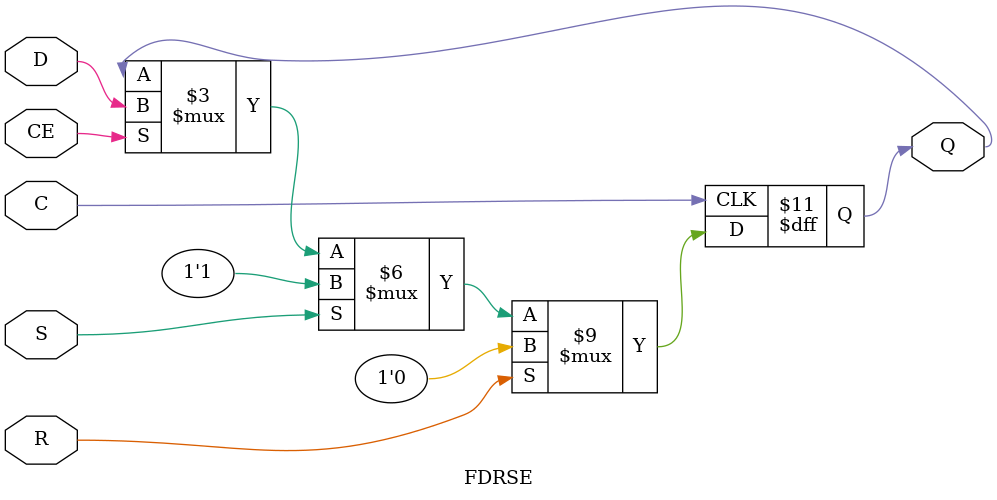
<source format=v>
/***************************************************************************
 *                                                                         *
 *   FDRSE.v - Replicates the functionality of the Xilinx primitive of the *
 *     same name.                                                          *
 *                                                                         *
 *   Copyright (C) 2008 by Patrick Suggate                                 *
 *   patrick@physics.otago.ac.nz                                           *
 *                                                                         *
 *   This program is free software; you can redistribute it and/or modify  *
 *   it under the terms of the GNU General Public License as published by  *
 *   the Free Software Foundation; either version 2 of the License, or     *
 *   (at your option) any later version.                                   *
 *                                                                         *
 *   This program is distributed in the hope that it will be useful,       *
 *   but WITHOUT ANY WARRANTY; without even the implied warranty of        *
 *   MERCHANTABILITY or FITNESS FOR A PARTICULAR PURPOSE.  See the         *
 *   GNU General Public License for more details.                          *
 *                                                                         *
 *   You should have received a copy of the GNU General Public License     *
 *   along with this program; if not, write to the                         *
 *   Free Software Foundation, Inc.,                                       *
 *   59 Temple Place - Suite 330, Boston, MA  02111-1307, USA.             *
 ***************************************************************************/

// D-type Flip-flop with reset, set and clock enable.
`timescale 1ns/100ps
module FDRSE ( C, D, Q, R, S, CE );

input	C;
input	D;
output	Q;
input	R;
input	S;
input	CE;

parameter	INIT	= 1'b0;
reg		Q = INIT;

always @(posedge C)
	if (R)
		Q	<= #1 1'b0;
	else if (S)
		Q	<= #1 1'b1;
	else if (CE)
		Q	<= #1 D;

endmodule	//	FDRSE

</source>
